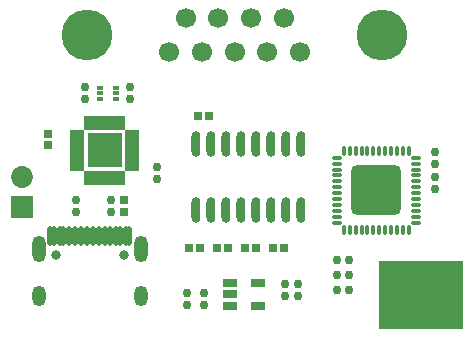
<source format=gts>
G04*
G04 #@! TF.GenerationSoftware,Altium Limited,Altium Designer,21.9.2 (33)*
G04*
G04 Layer_Color=8388736*
%FSLAX25Y25*%
%MOIN*%
G70*
G04*
G04 #@! TF.SameCoordinates,B3B583D4-C640-4B2B-ADA5-D9C5F36933B9*
G04*
G04*
G04 #@! TF.FilePolarity,Negative*
G04*
G01*
G75*
%ADD33R,0.28000X0.22500*%
G04:AMPARAMS|DCode=34|XSize=26mil|YSize=26mil|CornerRadius=8mil|HoleSize=0mil|Usage=FLASHONLY|Rotation=180.000|XOffset=0mil|YOffset=0mil|HoleType=Round|Shape=RoundedRectangle|*
%AMROUNDEDRECTD34*
21,1,0.02600,0.01000,0,0,180.0*
21,1,0.01000,0.02600,0,0,180.0*
1,1,0.01600,-0.00500,0.00500*
1,1,0.01600,0.00500,0.00500*
1,1,0.01600,0.00500,-0.00500*
1,1,0.01600,-0.00500,-0.00500*
%
%ADD34ROUNDEDRECTD34*%
%ADD35R,0.04734X0.02962*%
%ADD36R,0.02372X0.01781*%
%ADD37O,0.03000X0.08600*%
%ADD38R,0.02962X0.02765*%
G04:AMPARAMS|DCode=39|XSize=26mil|YSize=26mil|CornerRadius=8mil|HoleSize=0mil|Usage=FLASHONLY|Rotation=90.000|XOffset=0mil|YOffset=0mil|HoleType=Round|Shape=RoundedRectangle|*
%AMROUNDEDRECTD39*
21,1,0.02600,0.01000,0,0,90.0*
21,1,0.01000,0.02600,0,0,90.0*
1,1,0.01600,0.00500,0.00500*
1,1,0.01600,0.00500,-0.00500*
1,1,0.01600,-0.00500,-0.00500*
1,1,0.01600,-0.00500,0.00500*
%
%ADD39ROUNDEDRECTD39*%
%ADD40R,0.02765X0.02962*%
G04:AMPARAMS|DCode=41|XSize=22mil|YSize=48mil|CornerRadius=8mil|HoleSize=0mil|Usage=FLASHONLY|Rotation=0.000|XOffset=0mil|YOffset=0mil|HoleType=Round|Shape=RoundedRectangle|*
%AMROUNDEDRECTD41*
21,1,0.02200,0.03200,0,0,0.0*
21,1,0.00600,0.04800,0,0,0.0*
1,1,0.01600,0.00300,-0.01600*
1,1,0.01600,-0.00300,-0.01600*
1,1,0.01600,-0.00300,0.01600*
1,1,0.01600,0.00300,0.01600*
%
%ADD41ROUNDEDRECTD41*%
%ADD42R,0.11624X0.11230*%
G04:AMPARAMS|DCode=43|XSize=166mil|YSize=166mil|CornerRadius=19mil|HoleSize=0mil|Usage=FLASHONLY|Rotation=180.000|XOffset=0mil|YOffset=0mil|HoleType=Round|Shape=RoundedRectangle|*
%AMROUNDEDRECTD43*
21,1,0.16600,0.12800,0,0,180.0*
21,1,0.12800,0.16600,0,0,180.0*
1,1,0.03800,-0.06400,0.06400*
1,1,0.03800,0.06400,0.06400*
1,1,0.03800,0.06400,-0.06400*
1,1,0.03800,-0.06400,-0.06400*
%
%ADD43ROUNDEDRECTD43*%
G04:AMPARAMS|DCode=44|XSize=65.06mil|YSize=17.81mil|CornerRadius=5.95mil|HoleSize=0mil|Usage=FLASHONLY|Rotation=90.000|XOffset=0mil|YOffset=0mil|HoleType=Round|Shape=RoundedRectangle|*
%AMROUNDEDRECTD44*
21,1,0.06506,0.00591,0,0,90.0*
21,1,0.05315,0.01781,0,0,90.0*
1,1,0.01191,0.00295,0.02657*
1,1,0.01191,0.00295,-0.02657*
1,1,0.01191,-0.00295,-0.02657*
1,1,0.01191,-0.00295,0.02657*
%
%ADD44ROUNDEDRECTD44*%
G04:AMPARAMS|DCode=45|XSize=22mil|YSize=48mil|CornerRadius=8mil|HoleSize=0mil|Usage=FLASHONLY|Rotation=270.000|XOffset=0mil|YOffset=0mil|HoleType=Round|Shape=RoundedRectangle|*
%AMROUNDEDRECTD45*
21,1,0.02200,0.03200,0,0,270.0*
21,1,0.00600,0.04800,0,0,270.0*
1,1,0.01600,-0.01600,-0.00300*
1,1,0.01600,-0.01600,0.00300*
1,1,0.01600,0.01600,0.00300*
1,1,0.01600,0.01600,-0.00300*
%
%ADD45ROUNDEDRECTD45*%
G04:AMPARAMS|DCode=46|XSize=37.5mil|YSize=76.87mil|CornerRadius=10.87mil|HoleSize=0mil|Usage=FLASHONLY|Rotation=180.000|XOffset=0mil|YOffset=0mil|HoleType=Round|Shape=RoundedRectangle|*
%AMROUNDEDRECTD46*
21,1,0.03750,0.05512,0,0,180.0*
21,1,0.01575,0.07687,0,0,180.0*
1,1,0.02175,-0.00787,0.02756*
1,1,0.02175,0.00787,0.02756*
1,1,0.02175,0.00787,-0.02756*
1,1,0.02175,-0.00787,-0.02756*
%
%ADD46ROUNDEDRECTD46*%
G04:AMPARAMS|DCode=47|XSize=32.58mil|YSize=15.84mil|CornerRadius=5.46mil|HoleSize=0mil|Usage=FLASHONLY|Rotation=270.000|XOffset=0mil|YOffset=0mil|HoleType=Round|Shape=RoundedRectangle|*
%AMROUNDEDRECTD47*
21,1,0.03258,0.00492,0,0,270.0*
21,1,0.02165,0.01584,0,0,270.0*
1,1,0.01092,-0.00246,-0.01083*
1,1,0.01092,-0.00246,0.01083*
1,1,0.01092,0.00246,0.01083*
1,1,0.01092,0.00246,-0.01083*
%
%ADD47ROUNDEDRECTD47*%
G04:AMPARAMS|DCode=48|XSize=32.58mil|YSize=15.84mil|CornerRadius=5.46mil|HoleSize=0mil|Usage=FLASHONLY|Rotation=180.000|XOffset=0mil|YOffset=0mil|HoleType=Round|Shape=RoundedRectangle|*
%AMROUNDEDRECTD48*
21,1,0.03258,0.00492,0,0,180.0*
21,1,0.02165,0.01584,0,0,180.0*
1,1,0.01092,-0.01083,0.00246*
1,1,0.01092,0.01083,0.00246*
1,1,0.01092,0.01083,-0.00246*
1,1,0.01092,-0.01083,-0.00246*
%
%ADD48ROUNDEDRECTD48*%
%ADD49C,0.07293*%
%ADD50R,0.07293X0.07293*%
%ADD51C,0.16929*%
%ADD52C,0.06693*%
%ADD53O,0.04537X0.06899*%
%ADD54O,0.04537X0.08868*%
%ADD55C,0.03159*%
D33*
X421500Y375750D02*
D03*
D34*
X343500Y372500D02*
D03*
Y376500D02*
D03*
X349000Y372500D02*
D03*
Y376500D02*
D03*
X380500Y375500D02*
D03*
Y379500D02*
D03*
X376000Y375500D02*
D03*
Y379500D02*
D03*
X309500Y441000D02*
D03*
Y445000D02*
D03*
X324500D02*
D03*
Y441000D02*
D03*
X426000Y411000D02*
D03*
X318000Y407500D02*
D03*
X306500D02*
D03*
X333500Y418500D02*
D03*
Y414500D02*
D03*
X426000Y419500D02*
D03*
Y423500D02*
D03*
Y415000D02*
D03*
X318000Y403500D02*
D03*
X306500D02*
D03*
D35*
X367224Y379740D02*
D03*
Y372260D02*
D03*
X357776D02*
D03*
Y376000D02*
D03*
Y379740D02*
D03*
D36*
X314343Y444969D02*
D03*
Y443000D02*
D03*
Y441032D02*
D03*
X319658D02*
D03*
Y443000D02*
D03*
Y444969D02*
D03*
D37*
X346500Y404000D02*
D03*
X351500D02*
D03*
X356500D02*
D03*
X361500D02*
D03*
X366500D02*
D03*
X371500D02*
D03*
X376500D02*
D03*
X381500D02*
D03*
Y426000D02*
D03*
X376500D02*
D03*
X371500D02*
D03*
X366500D02*
D03*
X361500D02*
D03*
X356500D02*
D03*
X351500D02*
D03*
X346500D02*
D03*
D38*
X362753Y391500D02*
D03*
X366493D02*
D03*
X372130D02*
D03*
X375870D02*
D03*
X353377D02*
D03*
X357117D02*
D03*
X347740D02*
D03*
X344000D02*
D03*
X350740Y435500D02*
D03*
X347000D02*
D03*
D39*
X393500Y382500D02*
D03*
Y387500D02*
D03*
X397500Y377500D02*
D03*
X393500D02*
D03*
X397500Y387500D02*
D03*
Y382500D02*
D03*
D40*
X322500Y403630D02*
D03*
X297000Y425760D02*
D03*
X322500Y407370D02*
D03*
X297000Y429500D02*
D03*
D41*
X314032Y414850D02*
D03*
X310094D02*
D03*
X312063D02*
D03*
X316000D02*
D03*
X317969D02*
D03*
X319937D02*
D03*
X321905D02*
D03*
Y433150D02*
D03*
X319937D02*
D03*
X317969D02*
D03*
X316000D02*
D03*
X314032D02*
D03*
X312063D02*
D03*
X310094D02*
D03*
D42*
X316000Y424000D02*
D03*
D43*
X406516Y410738D02*
D03*
D44*
X297839Y395342D02*
D03*
X324217D02*
D03*
X323035D02*
D03*
X299020D02*
D03*
X300988D02*
D03*
X302169D02*
D03*
X304138D02*
D03*
X306106D02*
D03*
X308075D02*
D03*
X310043D02*
D03*
X312012D02*
D03*
X313980D02*
D03*
X315949D02*
D03*
X317917D02*
D03*
X319886D02*
D03*
X321067D02*
D03*
D45*
X325150Y418094D02*
D03*
Y420063D02*
D03*
Y422031D02*
D03*
Y424000D02*
D03*
Y425969D02*
D03*
Y427937D02*
D03*
Y429906D02*
D03*
X306850D02*
D03*
Y427937D02*
D03*
Y425969D02*
D03*
Y424000D02*
D03*
Y422031D02*
D03*
Y420063D02*
D03*
Y418094D02*
D03*
D46*
X410910Y381000D02*
D03*
X431000D02*
D03*
D47*
X417343Y397500D02*
D03*
X415374D02*
D03*
X413406D02*
D03*
X411437D02*
D03*
X409469D02*
D03*
X407500D02*
D03*
X405532D02*
D03*
X403563D02*
D03*
X401594D02*
D03*
X399626D02*
D03*
X397657D02*
D03*
X395689D02*
D03*
Y423976D02*
D03*
X397657D02*
D03*
X399626D02*
D03*
X401594D02*
D03*
X403563D02*
D03*
X405532D02*
D03*
X407500D02*
D03*
X409469D02*
D03*
X411437D02*
D03*
X413406D02*
D03*
X415374D02*
D03*
X417343D02*
D03*
D48*
X393278Y399911D02*
D03*
Y401880D02*
D03*
Y403848D02*
D03*
Y405817D02*
D03*
Y407785D02*
D03*
Y409754D02*
D03*
Y411722D02*
D03*
Y413691D02*
D03*
Y415660D02*
D03*
Y417628D02*
D03*
Y419596D02*
D03*
Y421565D02*
D03*
X419754D02*
D03*
Y419596D02*
D03*
Y417628D02*
D03*
Y415660D02*
D03*
Y413691D02*
D03*
Y411722D02*
D03*
Y409754D02*
D03*
Y407785D02*
D03*
Y405817D02*
D03*
Y403848D02*
D03*
Y401880D02*
D03*
Y399911D02*
D03*
D49*
X288500Y415000D02*
D03*
D50*
Y405000D02*
D03*
D51*
X408500Y462500D02*
D03*
X310073D02*
D03*
D52*
X342929Y468091D02*
D03*
X353833D02*
D03*
X364740D02*
D03*
X375644D02*
D03*
X337476Y456911D02*
D03*
X348380D02*
D03*
X359287D02*
D03*
X370191D02*
D03*
X381098D02*
D03*
D53*
X328055Y375500D02*
D03*
X294000D02*
D03*
D54*
Y391248D02*
D03*
X328055D02*
D03*
D55*
X322406Y389280D02*
D03*
X299650D02*
D03*
M02*

</source>
